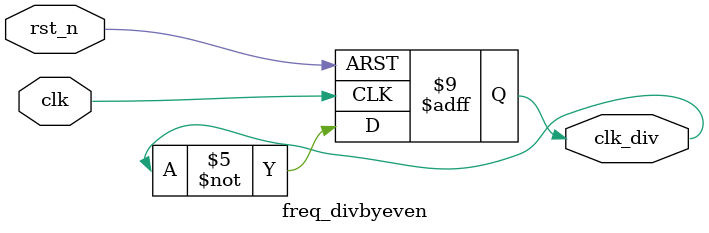
<source format=v>
module freq_divbyeven(
    input clk,
    input rst_n,
    output clk_div
);
parameter NUM_DIV = 2;

    reg [3:0] counter;
    reg clk_div;

    always @(posedge clk or negedge rst_n) begin
        if (!rst_n) begin
            counter <= 0;
            clk_div <= 0;
        end else begin
            if (counter == NUM_DIV - 1) begin
                counter <= 0;
            end else begin
                counter <= counter + 1;
            end
            clk_div <= ~clk_div;
        end
    end

endmodule
</source>
